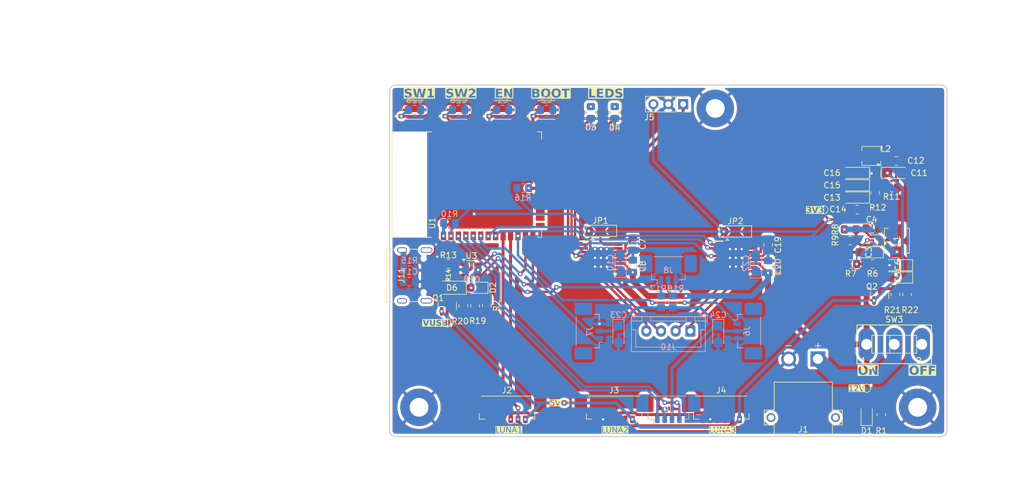
<source format=kicad_pcb>
(kicad_pcb (version 20241229) (generator "pcbnew") (generator_version "9.0")
  (title_block (title "MK3_v1.5 - PCB"))
  (layers (0 "F.Cu" signal) (2 "B.Cu" signal) (13 "F.Paste" user) (15 "B.Paste" user) (5 "F.SilkS" user "F.Silkscreen") (7 "B.SilkS" user "B.Silkscreen") (1 "F.Mask" user) (3 "B.Mask" user) (25 "Edge.Cuts" user))
  (net 0 "")
  (net 1 "GND")
  (net 2 "VBATT")
  (net 3 "+12V")
  (net 4 "D+")
  (net 9 "PhR")
  (net 10 "EnR")
  (net 17 "D-")
  (net 24 "Net-(D1-K)")
  (net 25 "+3V3")
  (net 29 "BOOT")
  (net 30 "IR")
  (net 31 "ML-B")
  (net 32 "ML-A")
  (net 33 "MR-B")
  (net 34 "MR-A")
  (net 36 "EN")
  (net 37 "Net-(C17-Pad2)")
  (net 39 "VBus_USB")
  (net 41 "D+_IN")
  (net 42 "D-_IN")
  (net 45 "Net-(U2-SW)")
  (net 46 "Net-(U2-BST)")
  (net 47 "Vout_5V")
  (net 48 "Net-(IC1-CPH)")
  (net 49 "Net-(IC1-CPL)")
  (net 50 "Net-(IC1-VCP)")
  (net 51 "+5V")
  (net 52 "Net-(IC2-CPH)")
  (net 53 "Net-(IC2-CPL)")
  (net 54 "Net-(IC2-VCP)")
  (net 55 "Net-(D2-K)")
  (net 56 "Net-(D6-A)")
  (net 57 "Net-(D3-K)")
  (net 58 "Net-(D4-K)")
  (net 59 "LED1")
  (net 60 "LED2")
  (net 61 "NFault")
  (net 62 "PhL")
  (net 63 "PModeL")
  (net 64 "EnL")
  (net 65 "PModeR")
  (net 66 "Net-(IC3-SW)")
  (net 67 "FB")
  (net 68 "Net-(U2-EN)")
  (net 69 "Net-(U2-FB)")
  (net 70 "Net-(R13-Pad2)")
  (net 71 "Net-(R14-Pad2)")
  (net 72 "SCL")
  (net 73 "SDA")
  (net 74 "SHARP1")
  (net 75 "SHARP2")
  (net 76 "QRE_C")
  (net 77 "Net-(J8-Pin_2)")
  (net 78 "QRE_B")
  (net 79 "QRE_A")
  (net 80 "Net-(Q1-G)")
  (net 81 "Net-(Q2-G)")
  (net 82 "SW1")
  (net 83 "SW2")
  (footprint "Resistor_SMD:R_0805_2012Metric_Pad1.20x1.40mm_HandSolder" (layer "F.Cu") (at 112.5 100.55)
    (property "Reference" "R13")
    (property "Value" "15R")
  )
  (footprint "Resistor_SMD:R_0805_2012Metric_Pad1.20x1.40mm_HandSolder" (layer "F.Cu") (at 181.1 100.55 180)
    (property "Reference" "R7")
    (property "Value" "52.3K")
  )
  (footprint "neo_sumec_board:SW_TL3365AF180QG" (layer "F.Cu") (at 114.25 74.25)
    (property "Reference" "SW5" (hide yes))
    (property "Value" "SW_Push" (hide yes))
  )
  (footprint "Package_TO_SOT_SMD:SOT-23-6" (layer "F.Cu") (at 116.43125 101.55)
    (property "Reference" "U3")
    (property "Value" "USBLC6-2SC6")
  )
  (footprint "Capacitor_SMD:C_0805_2012Metric_Pad1.18x1.45mm_HandSolder" (layer "F.Cu") (at 167 101.0375 -90)
    (property "Reference" "C20")
    (property "Value" "100nf")
  )
  (footprint "TestPoint:TestPoint_Pad_D1.0mm" (layer "F.Cu") (at 132.25 124.25)
    (property "Reference" "TP2" (hide yes))
    (property "Value" "TestPoint" (hide yes))
  )
  (footprint "Capacitor_Tantalum_SMD:CP_EIA-3216-18_Kemet-A_HandSolder" (layer "F.Cu") (at 181.79 89.2125 180)
    (property "Reference" "C13")
    (property "Value" "22uF")
  )
  (footprint "Connector_Molex:Molex_PicoBlade_53398-0671_1x06-1MP_P1.25mm_Vertical" (layer "F.Cu") (at 140.75 125.8 180)
    (property "Reference" "J3")
    (property "Value" "Conn_01x06_Pin" (hide yes))
  )
  (footprint "Capacitor_Tantalum_SMD:CP_EIA-3216-18_Kemet-A_HandSolder" (layer "F.Cu") (at 189.15 100.75 180)
    (property "Reference" "C6")
    (property "Value" "22uF")
  )
  (footprint "Capacitor_SMD:C_0805_2012Metric_Pad1.18x1.45mm_HandSolder" (layer "F.Cu") (at 188.85 82.9625)
    (property "Reference" "C12")
    (property "Value" "100nF")
  )
  (footprint "Capacitor_SMD:C_0805_2012Metric_Pad1.18x1.45mm_HandSolder" (layer "F.Cu") (at 143.94 97.1375 -90)
    (property "Reference" "C7")
    (property "Value" "22nf")
  )
  (footprint "MountingHole:MountingHole_3.2mm_M3_Pad" (layer "F.Cu") (at 107.5 125)
    (property "Reference" "H2")
    (property "Value" "MountingHole_Pad" (hide yes))
  )
  (footprint "neo_sumec_board:HRO_TYPE-C-31-M-12" (layer "F.Cu") (at 104.6 102.5 -90)
    (property "Reference" "J11")
    (property "Value" "USB_TypeC")
  )
  (footprint "Resistor_SMD:R_0805_2012Metric_Pad1.20x1.40mm_HandSolder" (layer "F.Cu") (at 112.5 102.5)
    (property "Reference" "R14")
    (property "Value" "15R")
  )
  (footprint "Capacitor_SMD:C_0805_2012Metric_Pad1.18x1.45mm_HandSolder" (layer "F.Cu") (at 184.75 94.5 180)
    (property "Reference" "C4")
    (property "Value" "100nF")
  )
  (footprint "sumec_brd:DRV8874" (layer "F.Cu") (at 161.5 99.5)
    (property "Reference" "IC2" (hide yes))
    (property "Value" "DRV8874PWPR" (hide yes))
  )
  (footprint "Capacitor_SMD:C_0805_2012Metric_Pad1.18x1.45mm_HandSolder" (layer "F.Cu") (at 182.2125 91.2625 180)
    (property "Reference" "C14")
    (property "Value" "100nF")
  )
  (footprint "Resistor_SMD:R_0805_2012Metric_Pad1.20x1.40mm_HandSolder" (layer "F.Cu") (at 117.05625 107.6875 90)
    (property "Reference" "R19")
    (property "Value" "100K")
  )
  (footprint "neo_sumec_board:255SB" (layer "F.Cu") (at 188.5 114.25)
    (property "Reference" "SW3")
    (property "Value" "SW_DPDT_x2")
  )
  (footprint "Connector_PinSocket_2.54mm:PinSocket_1x03_P2.54mm_Vertical" (layer "F.Cu") (at 152.525 73.275 -90)
    (property "Reference" "J5")
    (property "Value" "Conn_01x03_Pin")
  )
  (footprint "LED_SMD:LED_0805_2012Metric_Pad1.15x1.40mm_HandSolder" (layer "F.Cu") (at 117.4 104.6 180)
    (property "Reference" "D2")
    (property "Value" "LED")
  )
  (footprint "LED_SMD:LED_0805_2012Metric_Pad1.15x1.40mm_HandSolder" (layer "F.Cu") (at 183.8 126.25 90)
    (property "Reference" "D1")
    (property "Value" "LED")
  )
  (footprint "LED_SMD:LED_0805_2012Metric_Pad1.15x1.40mm_HandSolder" (layer "F.Cu") (at 136.8 74.7 -90)
    (property "Reference" "D3")
    (property "Value" "LED")
  )
  (footprint "Resistor_SMD:R_0805_2012Metric_Pad1.20x1.40mm_HandSolder" (layer "F.Cu") (at 181 96.55 180)
    (property "Reference" "R9")
    (property "Value" "10K")
  )
  (footprint "Capacitor_Tantalum_SMD:CP_EIA-3216-18_Kemet-A_HandSolder" (layer "F.Cu") (at 188.79 85.0125)
    (property "Reference" "C11")
    (property "Value" "22uF")
  )
  (footprint "TestPoint:TestPoint_Pad_D1.0mm" (layer "F.Cu") (at 176.5 91.3)
    (property "Reference" "TP3" (hide yes))
    (property "Value" "TestPoint" (hide yes))
  )
  (footprint "Capacitor_Tantalum_SMD:CP_EIA-3216-18_Kemet-A_HandSolder" (layer "F.Cu") (at 189.15 102.85 180)
    (property "Reference" "C5")
    (property "Value" "22uF")
  )
  (footprint "Diode_SMD:D_1206_3216Metric_Pad1.42x1.75mm_HandSolder" (layer "F.Cu") (at 113.1 104.6 180)
    (property "Reference" "D6")
    (property "Value" "D_Schottky" (hide yes))
  )
  (footprint "Package_TO_SOT_SMD:SOT-23" (layer "F.Cu") (at 112.30625 107.6875 90)
    (property "Reference" "Q1")
    (property "Value" "PMOS")
  )
  (footprint "Capacitor_Tantalum_SMD:CP_EIA-3216-18_Kemet-A_HandSolder" (layer "F.Cu") (at 184.16 98.55 180)
    (property "Reference" "C3")
    (property "Value" "10uF")
  )
  (footprint "Jumper:SolderJumper-3_P2.0mm_Open_TrianglePad1.0x1.5mm" (layer "F.Cu") (at 138.44 94.925)
    (property "Reference" "JP1")
    (property "Value" "SolderJumper_3_Open")
  )
  (footprint "Package_TO_SOT_SMD:SOT-23" (layer "F.Cu") (at 186.00625 105.8375 90)
    (property "Reference" "Q2")
    (property "Value" "PMOS")
  )
  (footprint "neo_sumec_board:SW_TL3365AF180QG" (layer "F.Cu") (at 121.75 74.25)
    (property "Reference" "SW1")
    (property "Value" "SW_Push")
  )
  (footprint "LED_SMD:LED_0805_2012Metric_Pad1.15x1.40mm_HandSolder" (layer "F.Cu") (at 140.85 74.7 -90)
    (property "Reference" "D4")
    (property "Value" "LED")
  )
  (footprint "Resistor_SMD:R_0805_2012Metric_Pad1.20x1.40mm_HandSolder" (layer "F.Cu") (at 119.05 107.65 -90)
    (property "Reference" "R2")
    (property "Value" "150R")
  )
  (footprint "Capacitor_SMD:C_0805_2012Metric_Pad1.18x1.45mm_HandSolder" (layer "F.Cu") (at 167 97.2875 -90)
    (property "Reference" "C19")
    (property "Value" "22nf")
  )
  (footprint "Package_TO_SOT_SMD:SOT-563" (layer "F.Cu") (at 185.4375 96.5 180)
    (property "Reference" "U2" (hide yes))
    (property "Value" "AP62300Z6")
  )
  (footprint "Resistor_SMD:R_0805_2012Metric_Pad1.20x1.40mm_HandSolder" (layer "F.Cu") (at 184.8 100.55 180)
    (property "Reference" "R6")
    (property "Value" "100K")
  )
  (footprint "Inductor_SMD:L_Vishay_IHLP-1212" (layer "F.Cu") (at 184.6 82.1125 180)
    (property "Reference" "L2")
    (property "Value" "1.5uH")
  )
  (footprint "Jumper:SolderJumper-3_P2.0mm_Open_TrianglePad1.0x1.5mm" (layer "F.Cu") (at 161.44 95.02)
    (property "Reference" "JP2")
    (property "Value" "SolderJumper_3_Open")
  )
  (footprint "neo_sumec_board:SW_TL3365AF180QG" (layer "F.Cu") (at 129.25 74.25)
    (property "Reference" "SW2")
    (property "Value" "SW_Push")
  )
  (footprint "Resistor_SMD:R_0805_2012Metric_Pad1.20x1.40mm_HandSolder" (layer "F.Cu") (at 188.05 87.5125)
    (property "Reference" "R11")
    (property "Value" "10K")
  )
  (footprint "MountingHole:MountingHole_3.2mm_M3_Pad" (layer "F.Cu") (at 158 74)
    (property "Reference" "H1")
    (property "Value" "MountingHole_Pad" (hide yes))
  )
  (footprint "Resistor_SMD:R_0805_2012Metric_Pad1.20x1.40mm_HandSolder" (layer "F.Cu") (at 188.69375 105.75 -90)
    (property "Reference" "R21")
    (property "Value" "100R")
  )
  (footprint "Resistor_SMD:R_0805_2012Metric_Pad1.20x1.40mm_HandSolder" (layer "F.Cu") (at 185.25 88.4125 90)
    (property "Reference" "R12")
    (property "Value" "45K")
  )
  (footprint "neo_sumec_board:XCVR_ESP32-S3-WROOM-1-N8" (layer "F.Cu") (at 115.66 87 90)
    (property "Reference" "U1")
    (property "Value" "ESP32-S3-WROOM-1")
  )
  (footprint "MountingHole:MountingHole_3.2mm_M3_Pad" (layer "F.Cu") (at 192.5 125)
    (property "Reference" "H3")
    (property "Value" "MountingHole_Pad" (hide yes))
  )
  (footprint "Capacitor_SMD:C_0805_2012Metric_Pad1.18x1.45mm_HandSolder" (layer "F.Cu") (at 143.94 100.925 -90)
    (property "Reference" "C8")
    (property "Value" "100nf")
  )
  (footprint "Inductor_SMD:L_Vishay_IHLP-1616" (layer "F.Cu") (at 188.95 96.59225 -90)
    (property "Reference" "L1")
    (property "Value" "3.3uH")
  )
  (footprint "Resistor_SMD:R_0805_2012Metric_Pad1.20x1.40mm_HandSolder" (layer "F.Cu") (at 115.05625 107.6875 -90)
    (property "Reference" "R20")
    (property "Value" "100R")
  )
  (footprint "Connector_Molex:Molex_PicoBlade_53398-0671_1x06-1MP_P1.25mm_Vertical" (layer "F.Cu") (at 122.5 125.8 180)
    (property "Reference" "J2")
    (property "Value" "Conn_01x06_Pin" (hide yes))
  )
  (footprint "neo_sumec_board:AMASS_XT30PW-M" (layer "F.Cu") (at 173 126.75 180)
    (property "Reference" "J1")
    (property "Value" "XT30PW-M")
  )
  (footprint "Resistor_SMD:R_0805_2012Metric_Pad1.20x1.40mm_HandSolder" (layer "F.Cu") (at 181 94.65)
    (property "Reference" "R8")
    (property "Value" "52.3K")
  )
  (footprint "Resistor_SMD:R_0805_2012Metric_Pad1.20x1.40mm_HandSolder" (layer "F.Cu") (at 186.3 126.25 90)
    (property "Reference" "R1")
    (property "Value" "1K")
  )
  (footprint "Package_TO_SOT_SMD:SOT-563" (layer "F.Cu") (at 185.3 85.125 -90)
    (property "Reference" "IC3" (hide yes))
    (property "Value" "TPS565242DRLR")
  )
  (footprint "TestPoint:TestPoint_Pad_D1.0mm" (layer "F.Cu") (at 183.8 121.75)
    (property "Reference" "TP1" (hide yes))
    (property "Value" "TestPoint" (hide yes))
  )
  (footprint "Capacitor_Tantalum_SMD:CP_EIA-3216-18_Kemet-A_HandSolder" (layer "F.Cu") (at 181.79 85.0125 180)
    (property "Reference" "C16")
    (property "Value" "22uF")
  )
  (footprint "sumec_brd:DRV8874" (layer "F.Cu") (at 138.5 99.5)
    (property "Reference" "IC1" (hide yes))
    (property "Value" "DRV8874PWPR" (hide yes))
  )
  (footprint "Connector_Molex:Molex_PicoBlade_53398-0671_1x06-1MP_P1.25mm_Vertical" (layer "F.Cu") (at 159.005 125.8 180)
    (property "Reference" "J4")
    (property "Value" "Conn_01x06_Pin" (hide yes))
  )
  (footprint "Resistor_SMD:R_0805_2012Metric_Pad1.20x1.40mm_HandSolder" (layer "F.Cu") (at 190.69375 105.75 90)
    (property "Reference" "R22")
    (property "Value" "100K")
  )
  (footprint "neo_sumec_board:SW_TL3365AF180QG" (layer "F.Cu") (at 106.75 74.25)
    (property "Reference" "SW4" (hide yes))
    (property "Value" "SW_Push" (hide yes))
  )
  (footprint "Capacitor_Tantalum_SMD:CP_EIA-3216-18_Kemet-A_HandSolder" (layer "F.Cu") (at 181.79 87.1125 180)
    (property "Reference" "C15")
    (property "Value" "22uF")
  )
  (footprint "TestPoint:TestPoint_Pad_D1.0mm" (layer "F.Cu") (at 112.3 110.6)
    (property "Reference" "TP4" (hide yes))
    (property "Value" "TestPoint")
  )
  (footprint "Capacitor_SMD:C_0805_2012Metric_Pad1.18x1.45mm_HandSolder" (layer "B.Cu") (at 143.94 100.925 -90)
    (property "Reference" "C9")
    (property "Value" "100nf")
  )
  (footprint "Capacitor_SMD:C_0805_2012Metric_Pad1.18x1.45mm_HandSolder" (layer "B.Cu") (at 116.5 101.5)
    (property "Reference" "C18")
    (property "Value" "100nF")
  )
  (footprint "Resistor_SMD:R_0805_2012Metric_Pad1.20x1.40mm_HandSolder" (layer "B.Cu") (at 112.7 93.55)
    (property "Reference" "R10")
    (property "Value" "10K")
  )
  (footprint "Capacitor_SMD:C_0805_2012Metric_Pad1.18x1.45mm_HandSolder" (layer "B.Cu") (at 106.75 74.25 180)
    (property "Reference" "C25")
    (property "Value" "100nF")
  )
  (footprint "Capacitor_Tantalum_SMD:CP_EIA-3216-18_Kemet-A_HandSolder" (layer "B.Cu") (at 141.5 112.5 -90)
    (property "Reference" "C23")
    (property "Value" "10uF")
  )
  (footprint "Capacitor_Tantalum_SMD:CP_EIA-3216-18_Kemet-A_HandSolder" (layer "B.Cu") (at 164.92 100.44 90)
    (property "Reference" "C22")
    (property "Value" "10uF")
  )
  (footprint "Capacitor_SMD:C_0805_2012Metric_Pad1.18x1.45mm_HandSolder" (layer "B.Cu") (at 167 101.04 -90)
    (property "Reference" "C21")
    (property "Value" "100nf")
  )
  (footprint "Capacitor_SMD:C_0805_2012Metric_Pad1.18x1.45mm_HandSolder" (layer "B.Cu") (at 129.25 74.25 180)
    (property "Reference" "C2")
    (property "Value" "100nF")
  )
  (footprint "Capacitor_Tantalum_SMD:CP_EIA-3216-18_Kemet-A_HandSolder" (layer "B.Cu") (at 141.87 100.32 90)
    (property "Reference" "C10")
    (property "Value" "10uF")
  )
  (footprint "Connector_Molex:Molex_PicoBlade_53398-0471_1x04-1MP_P1.25mm_Vertical" (layer "B.Cu") (at 150 125.795)
    (property "Reference" "J9")
    (property "Value" "Conn_01x04_Pin")
  )
  (footprint "Resistor_SMD:R_0805_2012Metric_Pad1.20x1.40mm_HandSolder" (layer "B.Cu") (at 148.76 107 -90)
    (property "Reference" "R17")
    (property "Value" "10K")
  )
  (footprint "Resistor_SMD:R_0805_2012Metric_Pad1.20x1.40mm_HandSolder" (layer "B.Cu") (at 140.85 74.7 -90)
    (property "Reference" "R4")
    (property "Value" "R")
  )
  (footprint "Connector_JST:JST_XH_B4B-XH-A_1x04_P2.50mm_Vertical" (layer "B.Cu") (at 153.75 111.975 180)
    (property "Reference" "J10")
    (property "Value" "Conn_01x04_Pin")
  )
  (footprint "Connector_Molex:Molex_PicoBlade_53398-0371_1x03-1MP_P1.25mm_Vertical" (layer "B.Cu") (at 137 112 90)
    (property "Reference" "J7")
    (property "Value" "Conn_01x03_Pin")
  )
  (footprint "Connector_Molex:Molex_PicoBlade_53398-0371_1x03-1MP_P1.25mm_Vertical" (layer "B.Cu") (at 150 102)
    (property "Reference" "J8")
    (property "Value" "Conn_01x03_Pin")
  )
  (footprint "Resistor_SMD:R_0805_2012Metric_Pad1.20x1.40mm_HandSolder" (layer "B.Cu") (at 105.85 101.6 180)
    (property "Reference" "R15")
    (property "Value" "100K")
  )
  (footprint "Capacitor_SMD:C_0805_2012Metric_Pad1.18x1.45mm_HandSolder" (layer "B.Cu") (at 114.25 74.25 180)
    (property "Reference" "C26")
    (property "Value" "100nF")
  )
  (footprint "Capacitor_SMD:C_0805_2012Metric_Pad1.18x1.45mm_HandSolder" (layer "B.Cu") (at 105.85 103.55 180)
    (property "Reference" "C17")
    (property "Value" "100nF")
  )
  (footprint "Capacitor_SMD:C_0805_2012Metric_Pad1.18x1.45mm_HandSolder" (layer "B.Cu") (at 121.75 74.25 180)
    (property "Reference" "C1")
    (property "Value" "100nF")
  )
  (footprint "Connector_Molex:Molex_PicoBlade_53398-0371_1x03-1MP_P1.25mm_Vertical" (layer "B.Cu") (at 163 112 -90)
    (property "Reference" "J6")
    (property "Value" "Conn_01x03_Pin")
  )
  (footprint "Resistor_SMD:R_0805_2012Metric_Pad1.20x1.40mm_HandSolder" (layer "B.Cu") (at 136.8 74.7 -90)
    (property "Reference" "R3")
    (property "Value" "R")
  )
  (footprint "Resistor_SMD:R_0805_2012Metric_Pad1.20x1.40mm_HandSolder" (layer "B.Cu") (at 150.75 107 -90)
    (property "Reference" "R18")
    (property "Value" "100R")
  )
  (footprint "Resistor_SMD:R_0805_2012Metric_Pad1.20x1.40mm_HandSolder" (layer "B.Cu") (at 125.2 87.6)
    (property "Reference" "R16")
    (property "Value" "10K")
  )
  (footprint "Capacitor_Tantalum_SMD:CP_EIA-3216-18_Kemet-A_HandSolder" (layer "B.Cu") (at 158.5 112.5 -90)
    (property "Reference" "C24")
    (property "Value" "10uF")
  )
  (gr_poly (pts (xy 186.25 82.7125) (xy 186.6 82.7125) (xy 186.6 82.9625) (xy 185.4 84.1625) (xy 185.4 84.6125) (xy 185.2 84.2125) (xy 185.2 82.7125)) (stroke (width 0.2)) (fill yes) (layer "F.Cu") (net 66))
  (gr_poly (pts (xy 186.25 96.58) (xy 189.02 96.58) (xy 190 95.6) (xy 189.35 95.6) (xy 187.85 95.6) (xy 187.03 96.42) (xy 186.25 96.42)) (stroke (width 0.2)) (fill yes) (layer "F.Cu") (net 45))
  (gr_poly (pts (xy 185.9 84.1625) (xy 187.35 84.1625) (xy 187.35 85.6125) (xy 186.7 85.6125) (xy 185.9 84.8125)) (stroke (width 0.2)) (fill yes) (layer "F.Cu") (net 51))
  (gr_line (start 183.145 122.32) (end 183.395 122.32) (stroke (width 0.0925)) (layer "F.SilkS"))
  (gr_line (start 131.625 124.776253) (end 131.625 124.573746) (stroke (width 0.12)) (layer "F.SilkS"))
  (gr_line (start 131.625 123.875) (end 131.625 123.725) (stroke (width 0.15)) (layer "F.SilkS"))
  (gr_line (start 183.19 122.2825) (end 183.19 122.1775) (stroke (width 0.15)) (layer "F.SilkS"))
  (gr_line (start 131.4776 123.676003) (end 131.8276 123.676003) (stroke (width 0.1)) (layer "F.SilkS"))
  (gr_line (start 131.475 124.802507) (end 131.825 124.802507) (stroke (width 0.1)) (layer "F.SilkS"))
  (gr_line (start 183.19 121.19) (end 183.19 121.35) (stroke (width 0.1)) (layer "F.SilkS"))
  (gr_line (start 183.125 121.19) (end 183.375 121.19) (stroke (width 0.1015)) (layer "F.SilkS"))
  (gr_arc (start 102.5 71) (mid 102.792893 70.292893) (end 103.5 70) (stroke (width 0.2)) (layer "Edge.Cuts"))
  (gr_line (start 197.5 71) (end 197.5 129) (stroke (width 0.2)) (layer "Edge.Cuts"))
  (gr_line (start 102.5 129) (end 102.5 71) (stroke (width 0.2)) (layer "Edge.Cuts"))
  (gr_line (start 103.5 70) (end 196.5 70) (stroke (width 0.2)) (layer "Edge.Cuts"))
  (gr_arc (start 197.5 129) (mid 197.207107 129.707107) (end 196.5 130) (stroke (width 0.2)) (layer "Edge.Cuts"))
  (gr_arc (start 196.5 70) (mid 197.207107 70.292893) (end 197.5 71) (stroke (width 0.2)) (layer "Edge.Cuts"))
  (gr_line (start 196.5 130) (end 103.5 130) (stroke (width 0.2)) (layer "Edge.Cuts"))
  (gr_arc (start 103.5 130) (mid 102.792893 129.707107) (end 102.5 129) (stroke (width 0.2)) (layer "Edge.Cuts"))
  (gr_text "LUNA1" (at 120.5 129.5 0) (layer "F.SilkS" knockout) (effects (font (size 1 1)) (justify left bottom)))
  (gr_text "SW2" (at 112 72.4 0) (layer "F.SilkS" knockout) (effects (font (size 1.5 1.5) (thickness 0.3) (bold yes)) (justify left bottom)))
  (gr_text "LEDS" (at 136.3 72.4 0) (layer "F.SilkS" knockout) (effects (font (size 1.5 1.5) (thickness 0.3) (bold yes)) (justify left bottom)))
  (gr_text "ON" (at 182.3 119.7 0) (layer "F.SilkS" knockout) (effects (font (size 1.5 1.5) (thickness 0.3) (bold yes)) (justify left bottom)))
  (gr_text "LUNA3" (at 156.9 129.5 0) (layer "F.SilkS" knockout) (effects (font (size 1 1)) (justify left bottom)))
  (gr_text "BOOT" (at 126.6 72.4 0) (layer "F.SilkS" knockout) (effects (font (size 1.5 1.5) (thickness 0.3) (bold yes)) (justify left bottom)))
  (gr_text "12V" (at 182.05 122.425 0) (layer "F.SilkS" knockout) (effects (font (size 1 1) (thickness 0.1)) (justify bottom)))
  (gr_text "3V3" (at 173.5 92 0) (layer "F.SilkS" knockout) (effects (font (size 1 1) (thickness 0.25) (bold yes)) (justify left bottom)))
  (gr_text "5V" (at 130.7 124.9 0) (layer "F.SilkS" knockout) (effects (font (size 1 1) (thickness 0.125)) (justify bottom)))
  (gr_text "VUSB" (at 108.15 111.27 0) (layer "F.SilkS" knockout) (effects (font (size 1 1) (thickness 0.25) (bold yes)) (justify left bottom)))
  (gr_text "LUNA2" (at 138.6 129.5 0) (layer "F.SilkS" knockout) (effects (font (size 1 1)) (justify left bottom)))
  (gr_text "OFF\n" (at 191 119.7 0) (layer "F.SilkS" knockout) (effects (font (size 1.5 1.5) (thickness 0.3) (bold yes)) (justify left bottom)))
  (gr_text "SW1" (at 104.9 72.4 0) (layer "F.SilkS" knockout) (effects (font (size 1.5 1.5) (thickness 0.3) (bold yes)) (justify left bottom)))
  (gr_text "EN" (at 120.4 72.4 0) (layer "F.SilkS" knockout) (effects (font (size 1.5 1.5) (thickness 0.3) (bold yes)) (justify left bottom)))
  (segment (start 184.64719 85.097118) (end 184.69625 85.146178) (width 0.25) (layer "F.Cu") (net 1))
  (segment (start 184.75 93.5) (end 184.75 95.06116) (width 0.2) (layer "F.Cu") (net 1))
  (segment (start 158.562 101.125) (end 159.875 101.125) (width 0.4) (layer "F.Cu") (net 1))
  (segment (start 159.875 101.125) (end 161.5 99.5) (width 0.4) (layer "F.Cu") (net 1))
  (segment (start 117.05625 106.6875) (end 117.0875 106.6875) (width 0.5) (layer "F.Cu") (net 1))
  (segment (start 109.44 105.7) (end 110.25 106.51) (width 0.45) (layer "F.Cu") (net 1))
  (segment (start 184.75 95.06116) (end 185.68884 96) (width 0.2) (layer "F.Cu") (net 1))
  (segment (start 141.438 101.775) (end 141.438 103.038) (width 0.4) (layer "F.Cu") (net 1))
  (segment (start 184.722909 85.146178) (end 184.739231 85.1625) (width 0.25) (layer "F.Cu") (net 1))
  (segment (start 141.438 103.038) (end 142.1 103.7) (width 0.4) (layer "F.Cu") (net 1))
  (segment (start 137.525 100.475) (end 138.5 99.5) (width 0.4) (layer "F.Cu") (net 1))
  (segment (start 116.45 101.25) (end 116.45 99.75) (width 0.45) (layer "F.Cu") (net 1))
  (segment (start 116.15 101.55) (end 116.45 101.25) (width 0.45) (layer "F.Cu") (net 1))
  (segment (start 109.44 99.3) (end 110.25 98.49) (width 0.45) (layer "F.Cu") (net 1))
  (segment (start 135.562 101.125) (end 136.875 101.125) (width 0.4) (layer "F.Cu") (net 1))
  (segment (start 157.13 127.05) (end 158.38 127.05) (width 0.4) (layer "F.Cu") (net 1))
  (segment (start 185.68884 96) (end 186.15 96) (width 0.2) (layer "F.Cu") (net 1))
  (segment (start 163.125 97.875) (end 161.5 99.5) (width 0.4) (layer "F.Cu") (net 1))
  (segment (start 184.8 84.4125) (end 184.8 85.1625) (width 0.25) (layer "F.Cu") (net 1))
  (segment (start 136.875 101.125) (end 138.5 99.5) (width 0.4) (layer "F.Cu") (net 1))
  (segment (start 184.739231 85.1625) (end 184.8 85.1625) (width 0.25) (layer "F.Cu") (net 1))
  (segment (start 184.8 85.1625) (end 184.8 85.8375) (width 0.25) (layer "F.Cu") (net 1))
  (segment (start 135.562 100.475) (end 137.525 100.475) (width 0.4) (layer "F.Cu") (net 1))
  (segment (start 164.438 97.875) (end 163.125 97.875) (width 0.4) (layer "F.Cu") (net 1))
  (segment (start 138.875 127.05) (end 140.125 127.05) (width 0.4) (layer "F.Cu") (net 1))
  (segment (start 158.562 100.475) (end 160.525 100.475) (width 0.4) (layer "F.Cu") (net 1))
  (segment (start 110.25 106.51) (end 110.25 107.5) (width 0.45) (layer "F.Cu") (net 1))
  (segment (start 117.0875 106.6875) (end 119.05 108.65) (width 0.5) (layer "F.Cu") (net 1))
  (segment (start 110.25 98.49) (end 110.25 97.5) (width 0.45) (layer "F.Cu") (net 1))
  (segment (start 140.125 97.875) (end 138.5 99.5) (width 0.4) (layer "F.Cu") (net 1))
  (segment (start 115.29375 101.55) (end 116.15 101.55) (width 0.45) (layer "F.Cu") (net 1))
  (segment (start 160.525 100.475) (end 161.5 99.5) (width 0.4) (layer "F.Cu") (net 1))
  (segment (start 141.438 97.875) (end 140.125 97.875) (width 0.4) (layer "F.Cu") (net 1))
  (segment (start 184.69625 85.146178) (end 184.722909 85.146178) (width 0.25) (layer "F.Cu") (net 1))
  (via (at 139.5 99.5) (size 0.8) (drill 0.4) (layers "F.Cu" "B.Cu") (net 1))
  (via (at 138.25 110.75) (size 0.8) (drill 0.4) (layers "F.Cu" "B.Cu") (net 1))
  (via (at 138.5 98) (size 0.8) (drill 0.4) (layers "F.Cu" "B.Cu") (net 1))
  (via (at 137.5 98) (size 0.8) (drill 0.4) (layers "F.Cu" "B.Cu") (net 1))
  (via (at 137.5 99.5) (size 0.8) (drill 0.4) (layers "F.Cu" "B.Cu") (net 1))
  (via (at 184.75 93.5) (size 0.8) (drill 0.4) (layers "F.Cu" "B.Cu") (net 1))
  (via (at 160.5 101) (size 0.8) (drill 0.4) (layers "F.Cu" "B.Cu") (net 1))
  (via (at 139.5 98) (size 0.8) (drill 0.4) (layers "F.Cu" "B.Cu") (net 1))
  (via (at 138.875 127.05) (size 0.8) (drill 0.4) (layers "F.Cu" "B.Cu") (net 1))
  (via (at 161.5 98) (size 0.8) (drill 0.4) (layers "F.Cu" "B.Cu") (net 1))
  (via (at 138.5 99.5) (size 0.8) (drill 0.4) (layers "F.Cu" "B.Cu") (net 1))
  (via (at 157.13 127.05) (size 0.8) (drill 0.4) (layers "F.Cu" "B.Cu") (net 1))
  (via (at 137.5 101) (size 0.8) (drill 0.4) (layers "F.Cu" "B.Cu") (net 1))
  (via (at 162.5 98) (size 0.8) (drill 0.4) (layers "F.Cu" "B.Cu") (net 1))
  (via (at 184.64719 85.097118) (size 0.8) (drill 0.4) (layers "F.Cu" "B.Cu") (net 1))
  (via (at 161.5 101) (size 0.8) (drill 0.4) (layers "F.Cu" "B.Cu") (net 1))
  (via (at 162.5 99.5) (size 0.8) (drill 0.4) (layers "F.Cu" "B.Cu") (net 1))
  (via (at 162.5 101) (size 0.8) (drill 0.4) (layers "F.Cu" "B.Cu") (net 1))
  (via (at 139.5 101) (size 0.8) (drill 0.4) (layers "F.Cu" "B.Cu") (net 1))
  (via (at 161.5 99.5) (size 0.8) (drill 0.4) (layers "F.Cu" "B.Cu") (net 1))
  (via (at 187.71 100.75) (size 0.8) (drill 0.4) (layers "F.Cu" "B.Cu") (net 1))
  (via (at 138.5 101) (size 0.8) (drill 0.4) (layers "F.Cu" "B.Cu") (net 1))
  (via (at 160.5 98) (size 0.8) (drill 0.4) (layers "F.Cu" "B.Cu") (net 1))
  (via (at 160.5 99.5) (size 0.8) (drill 0.4) (layers "F.Cu" "B.Cu") (net 1))
  (via (at 149.4 125.3) (size 0.8) (drill 0.4) (layers "F.Cu" "B.Cu") (net 1))
  (via (at 142.1 103.7) (size 0.8) (drill 0.4) (layers "F.Cu" "B.Cu") (net 1))
  (segment (start 188.5 117) (end 188.5 114.25) (width 2.54) (layer "B.Cu") (net 2))
  (segment (start 178.5 119.75) (end 185.75 119.75) (width 2.54) (layer "B.Cu") (net 2))
  (segment (start 185.75 119.75) (end 188.5 117) (width 2.54) (layer "B.Cu") (net 2))
  (segment (start 175.5 116.75) (end 178.5 119.75) (width 2.54) (layer "B.Cu") (net 2))
  (segment (start 175.05 114.25) (end 167 106.2) (width 1) (layer "F.Cu") (net 3))
  (segment (start 143.94 103.44) (end 143.94 101.9625) (width 1) (layer "F.Cu") (net 3))
  (segment (start 146.5 106) (end 143.94 103.44) (width 1) (layer "F.Cu") (net 3))
  (segment (start 165.4 100.475) (end 167 102.075) (width 0.4) (layer "F.Cu") (net 3))
  (segment (start 185.8 102.15) (end 185.8 100.55) (width 1) (layer "F.Cu") (net 3))
  (segment (start 153 106) (end 146.5 106) (width 1) (layer "F.Cu") (net 3))
  (segment (start 141.438 100.475) (end 142.4525 100.475) (width 0.4) (layer "F.Cu") (net 3))
  (segment (start 167.075 102) (end 167 102.075) (width 1) (layer "F.Cu") (net 3))
  (segment (start 185.8 100.55) (end 185.8 98.75) (width 0.5) (layer "F.Cu") (net 3))
  (segment (start 183.8 121.75) (end 183.8 125.225) (width 1) (layer "F.Cu") (net 3))
  (segment (start 167 106.2) (end 167 102.075) (width 1) (layer "F.Cu") (net 3))
  (segment (start 164.438 100.475) (end 165.4 100.475) (width 0.4) (layer "F.Cu") (net 3))
  (segment (start 142.4525 100.475) (end 143.94 101.9625) (width 0.4) (layer "F.Cu") (net 3))
  (segment (start 185.8 98.75) (end 185.6 98.55) (width 0.5) (layer "F.Cu") (net 3))
  (segment (start 183.8 121.75) (end 183.8 114.25) (width 1) (layer "F.Cu") (net 3))
  (segment (start 183.8 104.15) (end 185.8 102.15) (width 1) (layer "F.Cu") (net 3))
  (segment (start 183.75 114.3) (end 183.8 114.25) (width 1) (layer "F.Cu") (net 3))
  (segment (start 185.6 97.676) (end 186.15 97.126) (width 0.5) (layer "F.Cu") (net 3))
  (segment (start 185.6 98.55) (end 185.6 97.676) (width 0.5) (layer "F.Cu") (net 3))
  (segment (start 183.8 114.25) (end 183.8 104.15) (width 1) (layer "F.Cu") (net 3))
  (segment (start 183.8 114.25) (end 175.05 114.25) (width 1) (layer "F.Cu") (net 3))
  (via (at 153 106) (size 0.8) (drill 0.4) (layers "F.Cu" "B.Cu") (net 3))
  (via (at 167 102.075) (size 0.8) (drill 0.4) (layers "F.Cu" "B.Cu") (net 3))
  (via (at 143.94 101.9625) (size 0.8) (drill 0.4) (layers "F.Cu" "B.Cu") (net 3))
  (segment (start 153 106) (end 164.25 106) (width 1) (layer "B.Cu") (net 3))
  (segment (start 164.25 106) (end 167 103.25) (width 1) (layer "B.Cu") (net 3))
  (segment (start 142.0725 101.9625) (end 143.94 101.9625) (width 1) (layer "B.Cu") (net 3))
  (segment (start 167 103.25) (end 167 102.0775) (width 1) (layer "B.Cu") (net 3))
  (segment (start 141.87 101.76) (end 142.0725 101.9625) (width 1) (layer "B.Cu") (net 3))
  (segment (start 165.1175 102.0775) (end 164.92 101.88) (width 1) (layer "B.Cu") (net 3))
  (segment (start 167 102.0775) (end 165.1175 102.0775) (width 1) (layer "B.Cu") (net 3))
  (segment (start 126.29 104.01) (end 126.91 103.39) (width 0.4) (layer "F.Cu") (net 4))
  (segment (start 117.56875 102.5) (end 118.08 102.5) (width 0.4) (layer "F.Cu") (net 4))
  (segment (start 118.08 102.5) (end 120.98 99.6) (width 0.4) (layer "F.Cu") (net 4))
  (segment (start 125.39 104.01) (end 126.29 104.01) (width 0.4) (layer "F.Cu") (net 4))
  (segment (start 126.91 103.39) (end 126.91 95.75) (width 0.4) (layer "F.Cu") (net 4))
  (via (at 125.39 104.01) (size 0.8) (drill 0.4) (layers "F.Cu" "B.Cu") (net 4))
  (via (at 120.98 99.6) (size 0.8) (drill 0.4) (layers "F.Cu" "B.Cu") (net 4))
  (segment (start 125.39 104.01) (end 120.98 99.6) (width 0.4) (layer "B.Cu") (net 4))
  (segment (start 156.823321 97.875) (end 156.682111 97.73379) (width 0.4) (layer "F.Cu") (net 9))
  (segment (start 158.562 97.875) (end 156.823321 97.875) (width 0.4) (layer "F.Cu") (net 9))
  (via (at 120.55 95.75) (size 0.8) (drill 0.4) (layers "F.Cu" "B.Cu") (net 9))
  (via (at 156.682111 97.73379) (size 0.8) (drill 0.4) (layers "F.Cu" "B.Cu") (net 9))
  (segment (start 134.481272 94.949) (end 135.883272 96.351) (width 0.4) (layer "B.Cu") (net 9))
  (segment (start 135.883272 96.351) (end 155.299321 96.351) (width 0.4) (layer "B.Cu") (net 9))
  (segment (start 155.299321 96.351) (end 156.682111 97.73379) (width 0.4) (layer "B.Cu") (net 9))
  (segment (start 121.351 94.949) (end 134.481272 94.949) (width 0.4) (layer "B.Cu") (net 9))
  (segment (start 120.55 95.75) (end 121.351 94.949) (width 0.4) (layer "B.Cu") (net 9))
  (segment (start 157.332056 97.225) (end 158.562 97.225) (width 0.4) (layer "F.Cu") (net 10))
  (segment (start 119.29 95.79) (end 119.29 95.75) (width 0.4) (layer "F.Cu") (net 10))
  (segment (start 157.15 97.042944) (end 157.332056 97.225) (width 0.4) (layer "F.Cu") (net 10))
  (segment (start 157.15 96.85) (end 157.15 97.042944) (width 0.4) (layer "F.Cu") (net 10))
  (segment (start 119.3 95.8) (end 119.29 95.79) (width 0.4) (layer "F.Cu") (net 10))
  (via (at 157.15 96.85) (size 0.8) (drill 0.4) (layers "F.Cu" "B.Cu") (net 10))
  (via (at 119.3 95.8) (size 0.8) (drill 0.4) (layers "F.Cu" "B.Cu") (net 10))
  (segment (start 119.3 95.8) (end 120.85 94.25) (width 0.4) (layer "B.Cu") (net 10))
  (segment (start 136.132214 95.75) (end 156.05 95.75) (width 0.4) (layer "B.Cu") (net 10))
  (segment (start 157.15 96.85) (end 157.057056 96.85) (width 0.4) (layer "B.Cu") (net 10))
  (segment (start 120.85 94.25) (end 134.632214 94.25) (width 0.4) (layer "B.Cu") (net 10))
  (segment (start 134.632214 94.25) (end 136.132214 95.75) (width 0.4) (layer "B.Cu") (net 10))
  (segment (start 157.007056 96.9) (end 157 96.9) (width 0.4) (layer "B.Cu") (net 10))
  (segment (start 157.057056 96.85) (end 157.007056 96.9) (width 0.4) (layer "B.Cu") (net 10))
  (segment (start 156.05 95.75) (end 157.15 96.85) (width 0.4) (layer "B.Cu") (net 10))
  (segment (start 125.64 101.36) (end 125.64 95.75) (width 0.4) (layer "F.Cu") (net 17))
  (segment (start 117.56875 100.6) (end 118.578752 100.6) (width 0.4) (layer "F.Cu") (net 17))
  (segment (start 118.578752 100.6) (end 120.374916 98.803836) (width 0.4) (layer "F.Cu") (net 17))
  (segment (start 124.755685 102.244315) (end 125.64 101.36) (width 0.4) (layer "F.Cu") (net 17))
  (via (at 120.374916 98.803836) (size 0.8) (drill 0.4) (layers "F.Cu" "B.Cu") (net 17))
  (via (at 124.755685 102.244315) (size 0.8) (drill 0.4) (layers "F.Cu" "B.Cu") (net 17))
  (segment (start 121.311784 98.800414) (end 120.378338 98.800414) (width 0.4) (layer "B.Cu") (net 17))
  (segment (start 120.378338 98.800414) (end 120.374916 98.803836) (width 0.4) (layer "B.Cu") (net 17))
  (segment (start 124.755685 102.244315) (end 121.311784 98.800414) (width 0.4) (layer "B.Cu") (net 17))
  (segment (start 186.3 127.25) (end 183.825 127.25) (width 1) (layer "F.Cu") (net 24))
  (segment (start 183.825 128) (end 183.8 128.025) (width 1) (layer "F.Cu") (net 24))
  (segment (start 183.43 89.4125) (end 183.23 89.2125) (width 1) (layer "F.Cu") (net 25))
  (segment (start 159.6995 98.525) (end 159.7005 98.524) (width 0.4) (layer "F.Cu") (net 25))
  (segment (start 136.7005 95.1855) (end 136.7005 98.524) (width 0.4) (layer "F.Cu") (net 25))
  (segment (start 111.67 94.6) (end 111.67 95.75) (width 0.4) (layer "F.Cu") (net 25))
  (segment (start 159.6765 99.825) (end 159.6995 99.802) (width 0.4) (layer "F.Cu") (net 25))
  (segment (start 183.25 91.5875) (end 183.25 91.2625) (width 0.4) (layer "F.Cu") (net 25))
  (segment (start 183.25 84.9925) (end 183.23 85.0125) (width 1) (layer "F.Cu") (net 25))
  (segment (start 158.562 99.825) (end 159.6765 99.825) (width 0.4) (layer "F.Cu") (net 25))
  (segment (start 114.27 92) (end 111.67 94.6) (width 0.4) (layer "F.Cu") (net 25))
  (segment (start 136.365 95) (end 136.44 94.925) (width 0.5) (layer "F.Cu") (net 25))
  (segment (start 136.7005 98.526) (end 136.6995 98.525) (width 0.4) (layer "F.Cu") (net 25))
  (segment (start 183.23 87.1125) (end 183.23 89.2125) (width 1) (layer "F.Cu") (net 25))
  (segment (start 185.25 89.4125) (end 183.43 89.4125) (width 1) (layer "F.Cu") (net 25))
  (segment (start 176.5 92.1) (end 176.5 91.3) (width 0.4) (layer "F.Cu") (net 25))
  (segment (start 183.4375 89.42) (end 183.23 89.2125) (width 1) (layer "F.Cu") (net 25))
  (segment (start 177.35 92.95) (end 176.5 92.1) (width 0.4) (layer "F.Cu") (net 25))
  (segment (start 181.5625 92.95) (end 183.25 91.2625) (width 0.4) (layer "F.Cu") (net 25))
  (segment (start 136.44 94.400966) (end 136.44 94.925) (width 0.4) (layer "F.Cu") (net 25))
  (segment (start 136.6995 98.525) (end 135.562 98.525) (width 0.4) (layer "F.Cu") (net 25))
  (segment (start 136.6995 99.825) (end 136.7005 99.824) (width 0.4) (layer "F.Cu") (net 25))
  (segment (start 135.562 99.825) (end 136.6995 99.825) (width 0.4) (layer "F.Cu") (net 25))
  (segment (start 177.35 92.95) (end 181.5625 92.95) (width 0.4) (layer "F.Cu") (net 25))
  (segment (start 159.6995 99.802) (end 159.6995 98.525) (width 0.4) (layer "F.Cu") (net 25))
  (segment (start 183.23 91.2425) (end 183.25 91.2625) (width 1) (layer "F.Cu") (net 25))
  (segment (start 183.23 85.0125) (end 183.23 87.1125) (width 1) (layer "F.Cu") (net 25))
  (segment (start 136.7005 98.524) (end 136.6995 98.525) (width 0.4) (layer "F.Cu") (net 25))
  (segment (start 116.9 92) (end 114.27 92) (width 0.4) (layer "F.Cu") (net 25))
  (segment (start 183.25 82.1125) (end 183.25 84.9925) (width 1) (layer "F.Cu") (net 25))
  (segment (start 136.44 94.925) (end 136.7005 95.1855) (width 0.4) (layer "F.Cu") (net 25))
  (segment (start 159.7005 98.524) (end 159.7005 95.2805) (width 0.4) (layer "F.Cu") (net 25))
  (segment (start 183.23 89.2125) (end 183.23 91.2425) (width 1) (layer "F.Cu") (net 25))
  (segment (start 136.7005 99.824) (end 136.7005 98.526) (width 0.4) (layer "F.Cu") (net 25))
  (segment (start 158.562 98.525) (end 159.6995 98.525) (width 0.4) (layer "F.Cu") (net 25))
  (segment (start 159.7005 95.2805) (end 159.44 95.02) (width 0.4) (layer "F.Cu") (net 25))
  (via (at 116.9 92) (size 0.8) (drill 0.4) (layers "F.Cu" "B.Cu") (net 25))
  (via (at 111.67 95.75) (size 0.8) (drill 0.4) (layers "F.Cu" "B.Cu") (net 25))
  (via (at 136.44 94.925) (size 0.8) (drill 0.4) (layers "F.Cu" "B.Cu") (net 25))
  (via (at 159.44 95.02) (size 0.8) (drill 0.4) (layers "F.Cu" "B.Cu") (net 25))
  (via (at 177.35 92.95) (size 0.6) (drill 0.3) (layers "F.Cu" "B.Cu") (net 25))
  (segment (start 124.2 87.6) (end 124.2 89.2) (width 0.4) (layer "B.Cu") (net 25))
  (segment (start 147.445 73.275) (end 147.445 83.025) (width 0.4) (layer "B.Cu") (net 25))
  (segment (start 150.75 108) (end 155.44 108) (width 0.5) (layer "B.Cu") (net 25))
  (segment (start 148.76 108) (end 144.56 108) (width 0.5) (layer "B.Cu") (net 25))
  (segment (start 177.35 92.95) (end 175.3 95) (width 0.4) (layer "B.Cu") (net 25))
  (segment (start 136.535 95.02) (end 136.44 94.925) (width 0.4) (layer "B.Cu") (net 25))
  (segment (start 133.515 92) (end 127 92) (width 0.4) (layer "B.Cu") (net 25))
  (segment (start 155.44 108) (end 158.5 111.06) (width 0.5) (layer "B.Cu") (net 25))
  (segment (start 158.5 111.225854) (end 158.5 111.06) (width 0.5) (layer "B.Cu") (net 25))
  (segment (start 116.9 92) (end 127 92) (width 0.4) (layer "B.Cu") (net 25))
  (segment (start 159.44 95.02) (end 136.535 95.02) (width 0.4) (layer "B.Cu") (net 25))
  (segment (start 157.879892 111.06) (end 158.5 111.06) (width 0.5) (layer "B.Cu") (net 25))
  (segment (start 148.76 108) (end 150.75 108) (width 0.5) (layer "B.Cu") (net 25))
  (segment (start 140.56 112) (end 141.5 111.06) (width 0.5) (layer "B.Cu") (net 25))
  (segment (start 136.44 94.925) (end 133.515 92) (width 0.4) (layer "B.Cu") (net 25))
  (segment (start 161.75 112) (end 164.8 112) (width 0.5) (layer "B.Cu") (net 25))
  (segment (start 164.8 112) (end 170.5 106.3) (width 0.5) (layer "B.Cu") (net 25))
  (segment (start 161.75 112) (end 159.44 112) (width 0.5) (layer "B.Cu") (net 25))
  (segment (start 150.625 127.045) (end 150.625 118.314892) (width 0.5) (layer "B.Cu") (net 25))
  (segment (start 111.67 93.58) (end 111.7 93.55) (width 1) (layer "B.Cu") (net 25))
  (segment (start 147.445 83.025) (end 159.44 95.02) (width 0.4) (layer "B.Cu") (net 25))
  (segment (start 150.625 118.314892) (end 157.879892 111.06) (width 0.5) (layer "B.Cu") (net 25))
  (segment (start 124.2 89.2) (end 127 92) (width 0.4) (layer "B.Cu") (net 25))
  (segment (start 170.5 106.3) (end 170.5 99.8) (width 0.5) (layer "B.Cu") (net 25))
  (segment (start 144.56 108) (end 141.5 111.06) (width 0.5) (layer "B.Cu") (net 25))
  (segment (start 170.5 99.8) (end 175.3 95) (width 0.5) (layer "B.Cu") (net 25))
  (segment (start 111.67 95.75) (end 111.67 93.58) (width 0.5) (layer "B.Cu") (net 25))
  (segment (start 159.44 112) (end 158.5 111.06) (width 0.5) (layer "B.Cu") (net 25))
  (segment (start 159.46 95) (end 159.44 95.02) (width 0.4) (layer "B.Cu") (net 25))
  (segment (start 138.25 112) (end 140.56 112) (width 0.5) (layer "B.Cu") (net 25))
  (segment (start 175.3 95) (end 159.46 95) (width 0.4) (layer "B.Cu") (net 25))
  (segment (start 126.91 75.415) (end 127 75.325) (width 0.5) (layer "F.Cu") (net 29))
  (segment (start 126.91 78.25) (end 126.91 75.415) (width 0.5) (layer "F.Cu") (net 29))
  (segment (start 131.5 75.325) (end 127 75.325) (width 0.4) (layer "F.Cu") (net 29))
  (via (at 127 75.325) (size 0.8) (drill 0.4) (layers "F.Cu" "B.Cu") (net 29))
  (segment (start 127 75.25) (end 128 74.25) (width 0.4) (layer "B.Cu") (net 29))
  (segment (start 128 74.25) (end 128.2125 74.25) (width 0.4) (layer "B.Cu") (net 29))
  (segment (start 127 75.325) (end 127 75.25) (width 0.4) (layer "B.Cu") (net 29))
  (segment (start 128.16 83.825) (end 143.375 83.825) (width 0.5) (layer "F.Cu") (net 30))
  (segment (start 143.375 83.825) (end 152.525 74.675) (width 0.5) (layer "F.Cu") (net 30))
  (segment (start 152.525 74.675) (end 152.525 73.275) (width 0.5) (layer "F.Cu") (net 30))
  (segment (start 141.438 101.125) (end 140.551 101.125) (width 0.4) (layer "F.Cu") (net 31))
  (segment (start 148.42492 111.975) (end 148.75 111.975) (width 0.4) (layer "F.Cu") (net 31))
  (segment (start 140.2995 103.84958) (end 148.42492 111.975) (width 0.4) (layer "F.Cu") (net 31))
  (segment (start 140.551 101.125) (end 140.2995 101.3765) (width 0.4) (layer "F.Cu") (net 31))
  (segment (start 140.2995 101.3765) (end 140.2995 103.84958) (width 0.4) (layer "F.Cu") (net 31))
  (segment (start 137.275 101.775) (end 146.25 110.75) (width 0.4) (layer "F.Cu") (net 32))
  (segment (start 135.562 101.775) (end 137.275 101.775) (width 0.4) (layer "F.Cu") (net 32))
  (segment (start 146.25 110.75) (end 146.25 111.975) (width 0.4) (layer "F.Cu") (net 32))
  (segment (start 164.088 101.125) (end 164.064 101.149) (width 0.4) (layer "F.Cu") (net 33))
  (segment (start 164.438 101.125) (end 164.088 101.125) (width 0.4) (layer "F.Cu") (net 33))
  (segment (start 163.2995 101.149) (end 163.2995 101.5005) (width 0.4) (layer "F.Cu") (net 33))
  (segment (start 163.2995 101.5005) (end 153.75 111.05) (width 0.4) (layer "F.Cu") (net 33))
  (segment (start 153.75 111.05) (end 153.75 111.975) (width 0.4) (layer "F.Cu") (net 33))
  (segment (start 164.064 101.149) (end 163.2995 101.149) (width 0.4) (layer "F.Cu") (net 33))
  (segment (start 158.562 101.775) (end 158.562 104.663) (width 0.4) (layer "F.Cu") (net 34))
  (segment (start 158.562 104.663) (end 151.25 111.975) (width 0.4) (layer "F.Cu") (net 34))
  (segment (start 124 75.325) (end 119.5 75.325) (width 0.4) (layer "F.Cu") (net 36))
  (via (at 119.5 75.325) (size 0.8) (drill 0.4) (layers "F.Cu" "B.Cu") (net 36))
  (via (at 112.94 95.75) (size 0.8) (drill 0.4) (layers "F.Cu" "B.Cu") (net 36))
  (segment (start 119.5 75.25) (end 120.5 74.25) (width 0.4) (layer "B.Cu") (net 36))
  (segment (start 113 95.69) (end 112.94 95.75) (width 0.4) (layer "B.Cu") (net 36))
  (segment (start 119.5 75.325) (end 119.5 87.75) (width 0.4) (layer "B.Cu") (net 36))
  (segment (start 119.5 87.75) (end 113.7 93.55) (width 0.4) (layer "B.Cu") (net 36))
  (segment (start 113.7 93.55) (end 113.7 94.05) (width 0.4) (layer "B.Cu") (net 36))
  (segment (start 113 94.75) (end 113 95.69) (width 0.4) (layer "B.Cu") (net 36))
  (segment (start 112.94 95.75) (end 113 95.75) (width 0.4) (layer "B.Cu") (net 36))
  (segment (start 113.7 94.05) (end 113 94.75) (width 0.4) (layer "B.Cu") (net 36))
  (segment (start 119.5 75.325) (end 119.5 75.25) (width 0.4) (layer "B.Cu") (net 36))
  (segment (start 120.5 74.25) (end 120.7125 74.25) (width 0.4) (layer "B.Cu") (net 36))
  (segment (start 104.6 98.175) (end 104.85 98.425) (width 1) (layer "B.Cu") (net 37))
  (segment (start 104.85 98.425) (end 104.85 101.6) (width 1) (layer "B.Cu") (net 37))
  (segment (start 114.8 106.43125) (end 114.8 104.8125) (width 0.5) (layer "F.Cu") (net 39))
  (segment (start 112.30625 110.59375) (end 112.3 110.6) (width 0.5) (layer "F.Cu") (net 39))
  (segment (start 115.05625 106.6875) (end 114.8 106.43125) (width 0.5) (layer "F.Cu") (net 39))
  (segment (start 112.30625 106.75) (end 112.30625 110.59375) (width 0.5) (layer "F.Cu") (net 39))
  (segment (start 114.5875 104.6) (end 116.375 104.6) (width 1) (layer "F.Cu") (net 39))
  (segment (start 112.30625 106.75) (end 114.99375 106.75) (width 0.5) (layer "F.Cu") (net 39))
  (segment (start 114.8 104.8125) (end 114.5875 104.6) (width 0.5) (layer "F.Cu") (net 39))
  (via (at 117.56875 101.55) (size 0.8) (drill 0.4) (layers "F.Cu" "B.Cu") (net 39))
  (via (at 116.375 104.6) (size 0.8) (drill 0.4) (layers "F.Cu" "B.Cu") (net 39))
  (segment (start 116.4 104.575) (end 116.375 104.6) (width 0.45) (layer "B.Cu") (net 39))
  (segment (start 116.375 104.6) (end 116.375 102.6625) (width 0.45) (layer "B.Cu") (net 39))
  (segment (start 116.375 102.6625) (end 117.5375 101.5) (width 0.45) (layer "B.Cu") (net 39))
  (segment (start 109.44 102.25) (end 109.464 102.274) (width 0.25) (layer "F.Cu") (net 41))
  (segment (start 110.274 102.274) (end 110.75 102.75) (width 0.25) (layer "F.Cu") (net 41))
  (segment (start 110.25 103.25) (end 110.75 102.75) (width 0.25) (layer "F.Cu") (net 41))
  (segment (start 109.44 103.25) (end 110.25 103.25) (width 0.25) (layer "F.Cu") (net 41))
  (segment (start 109.464 102.274) (end 110.274 102.274) (width 0.25) (layer "F.Cu") (net 41))
  (segment (start 110.75 102.75) (end 111.25 102.75) (width 0.25) (layer "F.Cu") (net 41))
  (segment (start 111.25 102.75) (end 111.5 102.5) (width 0.25) (layer "F.Cu") (net 41))
  (segment (start 110.3 101.75) (end 111.5 100.55) (width 0.25) (layer "F.Cu") (net 42))
  (segment (start 109.44 101.75) (end 110.3 101.75) (width 0.25) (layer "F.Cu") (net 42))
  (segment (start 108.478 102.75) (end 108.454 102.726) (width 0.25) (layer "F.Cu") (net 42))
  (segment (start 108.478 101.75) (end 109.44 101.75) (width 0.25) (layer "F.Cu") (net 42))
  (segment (start 109.44 102.75) (end 108.478 102.75) (width 0.25) (layer "F.Cu") (net 42))
  (segment (start 108.454 101.774) (end 108.478 101.75) (width 0.25) (layer "F.Cu") (net 42))
  (segment (start 108.454 102.726) (end 108.454 101.774) (width 0.25) (layer "F.Cu") (net 42))
  (segment (start 185.7875 94.5) (end 188.75 94.5) (width 1) (layer "F.Cu") (net 45))
  (segment (start 188.75 94.5) (end 188.95 94.7) (width 1) (layer "F.Cu") (net 45))
  (segment (start 183.7125 94.5) (end 183.7125 95.1625) (width 0.4) (layer "F.Cu") (net 46))
  (segment (start 184.255677 95.699371) (end 184.480306 95.924) (width 0.4) (layer "F.Cu") (net 46))
  (segment (start 183.7125 95.1625) (end 184.249371 95.699371) (width 0.4) (layer "F.Cu") (net 46))
  (segment (start 184.249371 95.699371) (end 184.255677 95.699371) (width 0.4) (layer "F.Cu") (net 46))
  (segment (start 184.480306 95.924) (end 184.725 95.924) (width 0.4) (layer "F.Cu") (net 46))
  (segment (start 188.69375 104.74625) (end 190.59 102.85) (width 0.5) (layer "F.Cu") (net 47))
  (segment (start 188.69375 104.75) (end 188.69375 104.74625) (width 0.5) (layer "F.Cu") (net 47))
  (segment (start 190.59 100.75) (end 190.59 100.1245) (width 1) (layer "F.Cu") (net 47))
  (segment (start 190.59 100.1245) (end 188.95 98.4845) (width 1) (layer "F.Cu") (net 47))
  (segment (start 190.59 102.85) (end 190.59 100.75) (width 1) (layer "F.Cu") (net 47))
  (segment (start 186.15625 104.75) (end 186.00625 104.9) (width 0.5) (layer "F.Cu") (net 47))
  (segment (start 188.69375 104.75) (end 186.15625 104.75) (width 0.5) (layer "F.Cu") (net 47))
  (via (at 188.95 98.4845) (size 0.8) (drill 0.4) (layers "F.Cu" "B.Cu") (net 47))
  (via (at 180 94.65) (size 0.8) (drill 0.4) (layers "F.Cu" "B.Cu") (net 47))
  (segment (start 188.2345 98.4845) (end 188.95 98.4845) (width 1) (layer "B.Cu") (net 47))
  (segment (start 184.4 94.65) (end 188.2345 98.4845) (width 1) (layer "B.Cu") (net 47))
  (segment (start 180 94.65) (end 184.4 94.65) (width 1) (layer "B.Cu") (net 47))
  (segment (start 142.91242 99.175) (end 141.438 99.175) (width 0.4) (layer "F.Cu") (net 48))
  (segment (start 143.94 98.175) (end 143.91242 98.175) (width 0.4) (layer "F.Cu") (net 48))
  (segment (start 143.91242 98.175) (end 142.91242 99.175) (width 0.4) (layer "F.Cu") (net 48))
  (segment (start 142.69 97.35) (end 142.69 98.4105) (width 0.4) (layer "F.Cu") (net 49))
  (segment (start 142.5755 98.525) (end 141.438 98.525) (width 0.4) (layer "F.Cu") (net 49))
  (segment (start 143.94 96.1) (end 142.69 97.35) (width 0.4) (layer "F.Cu") (net 49))
  (segment (start 142.69 98.4105) (end 142.5755 98.525) (width 0.4) (layer "F.Cu") (net 49))
  (segment (start 143.8775 99.825) (end 141.438 99.825) (width 0.4) (layer "F.Cu") (net 50))
  (segment (start 143.94 99.8875) (end 143.8775 99.825) (width 0.4) (layer "F.Cu") (net 50))
  (segment (start 187.8125 84.55) (end 187.35 85.0125) (width 1) (layer "F.Cu") (net 51))
  (segment (start 185.8 84.9125) (end 185.3 85.4125) (width 0.25) (layer "F.Cu") (net 51))
  (segment (start 185.3 85.4125) (end 185.3 85.8375) (width 0.25) (layer "F.Cu") (net 51))
  (segment (start 187.8125 82.9625) (end 187.8125 84.55) (width 1) (layer "F.Cu") (net 51))
  (segment (start 185.8 84.4125) (end 185.8 84.9125) (width 0.25) (layer "F.Cu") (net 51))
  (via (at 132.25 124.25) (size 0.8) (drill 0.4) (layers "F.Cu" "B.Cu") (net 51))
  (via (at 187.35 85.0125) (size 0.8) (drill 0.4) (layers "F.Cu" "B.Cu") (net 51))
  (via (at 125.625 127.05) (size 0.8) (drill 0.4) (layers "F.Cu" "B.Cu") (net 51))
  (via (at 162.13 127.05) (size 0.8) (drill 0.4) (layers "F.Cu" "B.Cu") (net 51))
  (via (at 111.35625 108.625) (size 0.8) (drill 0.4) (layers "F.Cu" "B.Cu") (net 51))
  (via (at 143.875 127.05) (size 0.8) (drill 0.4) (layers "F.Cu" "B.Cu") (net 51))
  (via (at 185.05625 106.775) (size 0.8) (drill 0.4) (layers "F.Cu" "B.Cu") (net 51))
  (segment (start 178.034067 106.775) (end 162.13 122.679067) (width 0.5) (layer "B.Cu") (net 51))
  (segment (start 189.901 101.93025) (end 189.901 87.5635) (width 0.5) (layer "B.Cu") (net 51))
  (segment (start 162.13 122.679067) (end 162.13 127.05) (width 0.5) (layer "B.Cu") (net 51))
  (segment (start 145.225 128.4) (end 143.875 127.05) (width 0.5) (layer "B.Cu") (net 51))
  (segment (start 160.78 128.4) (end 145.225 128.4) (width 0.5) (layer "B.Cu") (net 51))
  (segment (start 141.075 124.25) (end 132.25 124.25) (width 0.5) (layer "B.Cu") (net 51))
  (segment (start 185.05625 106.775) (end 178.034067 106.775) (width 0.5) (layer "B.Cu") (net 51))
  (segment (start 185.05625 106.775) (end 189.901 101.93025) (width 0.5) (layer "B.Cu") (net 51))
  (segment (start 143.875 127.05) (end 141.075 124.25) (width 0.5) (layer "B.Cu") (net 51))
  (segment (start 189.901 87.5635) (end 187.35 85.0125) (width 0.5) (layer "B.Cu") (net 51))
  (segment (start 128.425 124.25) (end 132.25 124.25) (width 0.5) (layer "B.Cu") (net 51))
  (segment (start 125.6 127.025) (end 125.625 127.05) (width 0.5) (layer "B.Cu") (net 51))
  (segment (start 162.13 127.05) (end 160.78 128.4) (width 0.5) (layer "B.Cu") (net 51))
  (segment (start 125.625 127.05) (end 128.425 124.25) (width 0.5) (layer "B.Cu") (net 51))
  (segment (start 143.875 126.975) (end 143.875 127.05) (width 0.5) (layer "B.Cu") (net 51))
  (segment (start 111.35625 108.625) (end 126.98125 124.25) (width 0.5) (layer "B.Cu") (net 51))
  (segment (start 126.98125 124.25) (end 128.425 124.25) (width 0.5) (layer "B.Cu") (net 51))
  (segment (start 166.93492 98.325) (end 167 98.325) (width 0.4) (layer "F.Cu") (net 52))
  (segment (start 166.08492 99.175) (end 166.93492 98.325) (width 0.4) (layer "F.Cu") (net 52))
  (segment (start 164.438 99.175) (end 166.08492 99.175) (width 0.4) (layer "F.Cu") (net 52))
  (segment (start 164.438 98.525) (end 165.75 98.525) (width 0.4) (layer "F.Cu") (net 53))
  (segment (start 165.75 98.525) (end 165.75 97.5) (width 0.4) (layer "F.Cu") (net 53))
  (segment (start 165.75 97.5) (end 167 96.25) (width 0.4) (layer "F.Cu") (net 53))
  (segment (start 166.825 99.825) (end 164.438 99.825) (width 0.4) (layer "F.Cu") (net 54))
  (segment (start 167 100) (end 166.825 99.825) (width 0.4) (layer "F.Cu") (net 54))
  (segment (start 118.425 106.025) (end 119.05 106.65) (width 1) (layer "F.Cu") (net 55))
  (segment (start 118.4 104.625) (end 118.425 104.6) (width 1) (layer "F.Cu") (net 55))
  (segment (start 118.425 104.6) (end 118.425 106.025) (width 1) (layer "F.Cu") (net 55))
  (segment (start 108 100.728) (end 108 104.25) (width 0.25) (layer "F.Cu") (net 56))
  (segment (start 109.44 100.1) (end 109.266 100.274) (width 0.25) (layer "F.Cu") (net 56))
  (segment (start 109.266 104.726) (end 109.44 104.9) (width 0.25) (layer "F.Cu") (net 56))
  (segment (start 111.6125 104.6) (end 111.3125 104.9) (width 0.45) (layer "F.Cu") (net 56))
  (segment (start 108 104.25) (end 108.476 104.726) (width 0.25) (layer "F.Cu") (net 56))
  (segment (start 108.454 100.274) (end 108 100.728) (width 0.25) (layer "F.Cu") (net 56))
  (segment (start 108.476 104.726) (end 109.266 104.726) (width 0.25) (layer "F.Cu") (net 56))
  (segment (start 109.266 100.274) (end 108.454 100.274) (width 0.25) (layer "F.Cu") (net 56))
  (segment (start 111.3125 104.9) (end 109.44 104.9) (width 0.45) (layer "F.Cu") (net 56))
  (via (at 136.8 73.675) (size 0.8) (drill 0.4) (layers "F.Cu" "B.Cu") (net 57))
  (via (at 140.85 73.7) (size 0.8) (drill 0.4) (layers "F.Cu" "B.Cu") (net 58))
  (segment (start 128.16 81.285) (end 131.24 81.285) (width 0.5) (layer "F.Cu") (net 59))
  (segment (start 131.24 81.285) (end 136.8 75.725) (width 0.5) (layer "F.Cu") (net 59))
  (segment (start 134.02 82.555) (end 128.16 82.555) (width 0.5) (layer "F.Cu") (net 60))
  (segment (start 140.85 75.725) (end 134.02 82.555) (width 0.5) (layer "F.Cu") (net 60))
  (segment (start 129.657558 87.635) (end 128.16 87.635) (width 0.4) (layer "F.Cu") (net 61))
  (segment (start 158.562 99.175) (end 157.325 99.175) (width 0.4) (layer "F.Cu") (net 61))
  (segment (start 128.16 87.635) (end 126.035 87.635) (width 0.5) (layer "F.Cu") (net 61))
  (segment (start 134.25 99.175) (end 132.9 97.825) (width 0.4) (layer "F.Cu") (net 61))
  (segment (start 132.898 90.875442) (end 129.657558 87.635) (width 0.4) (layer "F.Cu") (net 61))
  (segment (start 134.25 99.175) (end 135.562 99.175) (width 0.4) (layer "F.Cu") (net 61))
  (segment (start 157.325 99.175) (end 157.3 99.2) (width 0.4) (layer "F.Cu") (net 61))
  (segment (start 132.898 97.198442) (end 132.898 90.875442) (width 0.4) (layer "F.Cu") (net 61))
  (segment (start 132.9 97.200442) (end 132.898 97.198442) (width 0.4) (layer "F.Cu") (net 61))
  (segment (start 126.035 87.635) (end 126 87.6) (width 0.5) (layer "F.Cu") (net 61))
  (segment (start 132.9 97.825) (end 132.9 97.200442) (width 0.4) (layer "F.Cu") (net 61))
  (via (at 134.25 99.175) (size 0.8) (drill 0.4) (layers "F.Cu" "B.Cu") (net 61))
  (via (at 126.2 87.6) (size 0.8) (drill 0.4) (layers "F.Cu" "B.Cu") (net 61))
  (via (at 157.3 99.2) (size 0.8) (drill 0.4) (layers "F.Cu" "B.Cu") (net 61))
  (segment (start 157.3 99.2) (end 156.7 99.2) (width 0.4) (layer "B.Cu") (net 61))
  (segment (start 156.7 99.2) (end 154.5 97) (width 0.4) (layer "B.Cu") (net 61))
  (segment (start 154.5 97) (end 136.425 97) (width 0.4) (layer "B.Cu") (net 61))
  (segment (start 136.425 97) (end 134.25 99.175) (width 0.4) (layer "B.Cu") (net 61))
  (segment (start 133.499 96.9495) (end 133.499 90.6265) (width 0.4) (layer "F.Cu") (net 62))
  (segment (start 134.4245 97.875) (end 133.499 96.9495) (width 0.4) (layer "F.Cu") (net 62))
  (segment (start 129.2375 86.365) (end 128.16 86.365) (width 0.4) (layer "F.Cu") (net 62))
  (segment (start 135.562 97.875) (end 134.4245 97.875) (width 0.4) (layer "F.Cu") (net 62))
  (segment (start 133.499 90.6265) (end 129.2375 86.365) (width 0.4) (layer "F.Cu") (net 62))
  (segment (start 138.44 96.675) (end 138.44 94.925) (width 0.4) (layer "F.Cu") (net 63))
  (segment (start 138.99 97.225) (end 138.44 96.675) (width 0.4) (layer "F.Cu") (net 63))
  (segment (start 141.438 97.225) (end 138.99 97.225) (width 0.4) (layer "F.Cu") (net 63))
  (segment (start 129.195 85.095) (end 128.16 85.095) (width 0.4) (layer "F.Cu") (net 64))
  (segment (start 134.1 90) (end 129.195 85.095) (width 0.4) (layer "F.Cu") (net 64))
  (segment (start 134.725 97.225) (end 134.1 96.6) (width 0.4) (layer "F.Cu") (net 64))
  (segment (start 135.562 97.225) (end 134.725 97.225) (width 0.4) (layer "F.Cu") (net 64))
  (segment (start 134.1 96.6) (end 134.1 90) (width 0.4) (layer "F.Cu") (net 64))
  (segment (start 161.975 97.225) (end 161.44 96.69) (width 0.4) (layer "F.Cu") (net 65))
  (segment (start 161.44 96.69) (end 161.44 95.02) (width 0.4) (layer "F.Cu") (net 65))
  (segment (start 164.438 97.225) (end 161.975 97.225) (width 0.4) (layer "F.Cu") (net 65))
  (segment (start 187.05 87.5125) (end 185.926 86.3885) (width 0.5) (layer "F.Cu") (net 67))
  (segment (start 185.25 87.4125) (end 186.95 87.4125) (width 0.5) (layer "F.Cu") (net 67))
  (segment (start 185.926 86.3885) (end 185.926 85.8375) (width 0.5) (layer "F.Cu") (net 67))
  (segment (start 186.95 87.4125) (end 187.05 87.5125) (width 0.5) (layer "F.Cu") (net 67))
  (segment (start 183.926585 96.5) (end 184.725 96.5) (width 0.25) (layer "F.Cu") (net 68))
  (segment (start 183.923891 96.500371) (end 183.926214 96.500371) (width 0.25) (layer "F.Cu") (net 68))
  (segment (start 183.8 100.55) (end 182.1 100.55) (width 0.5) (layer "F.Cu") (net 68))
  (segment (start 183.926214 96.500371) (end 183.926585 96.5) (width 0.25) (layer "F.Cu") (net 68))
  (segment (start 182.1 100.55) (end 182.05 100.55) (width 0.25) (layer "F.Cu") (net 68))
  (via (at 183.923891 96.500371) (size 0.8) (drill 0.4) (layers "F.Cu" "B.Cu") (net 68))
  (via (at 182.1 100.55) (size 0.8) (drill 0.4) (layers "F.Cu" "B.Cu") (net 68))
  (segment (start 183.923891 96.500371) (end 183.923891 96.502694) (width 0.25) (layer "B.Cu") (net 68))
  (segment (start 183.923891 96.502694) (end 182.1 98.326585) (width 0.25) (layer "B.Cu") (net 68))
  (segment (start 182.1 98.326585) (end 182.1 100.55) (width 0.25) (layer "B.Cu") (net 68))
  (segment (start 182.801371 97.351371) (end 184.499629 97.351371) (width 0.5) (layer "F.Cu") (net 69))
  (segment (start 182 96.55) (end 182.801371 97.351371) (width 0.5) (layer "F.Cu") (net 69))
  (segment (start 184.499629 97.351371) (end 184.725 97.126) (width 0.5) (layer "F.Cu") (net 69))
  (segment (start 182 94.65) (end 182 96.55) (width 0.5) (layer "F.Cu") (net 69))
  (segment (start 113.7 100.6) (end 113.65 100.55) (width 0.4) (layer "F.Cu") (net 70))
  (segment (start 115.29375 100.6) (end 113.55 100.6) (width 0.4) (layer "F.Cu") (net 70))
  (segment (start 115.29375 102.5) (end 113.5 102.5) (width 0.4) (layer "F.Cu") (net 71))
  (segment (start 159.63 126.4) (end 159.179 125.949) (width 0.5) (layer "F.Cu") (net 72))
  (segment (start 123.125 126.4) (end 123.125 127.05) (width 0.5) (layer "F.Cu") (net 72))
  (segment (start 137.149804 125.949) (end 136.774 126.324804) (width 0.5) (layer "F.Cu") (net 72))
  (segment (start 123.576 125.949) (end 123.125 126.4) (width 0.5) (layer "F.Cu") (net 72))
  (segment (start 159.63 127.05) (end 159.63 126.4) (width 0.5) (layer "F.Cu") (net 72))
  (segment (start 123.576 125.949) (end 121.83 124.203) (width 0.5) (layer "F.Cu") (net 72))
  (segment (start 141.826 125.949) (end 141.375 126.4) (width 0.5) (layer "F.Cu") (net 72))
  (segment (start 144.350196 125.949) (end 141.826 125.949) (width 0.5) (layer "F.Cu") (net 72))
  (segment (start 141.375 127.05) (end 141.375 126.723804) (width 0.5) (layer "F.Cu") (net 72))
  (segment (start 126.476 126.324804) (end 126.100196 125.949) (width 0.5) (layer "F.Cu") (net 72))
  (segment (start 121.85 95.77) (end 121.83 95.75) (width 0.5) (layer "F.Cu") (net 72))
  (segment (start 126.100196 125.949) (end 123.576 125.949) (width 0.5) (layer "F.Cu") (net 72))
  (segment (start 144.651196 126.25) (end 144.350196 125.949) (width 0.5) (layer "F.Cu") (net 72))
  (segment (start 159.179 125.949) (end 154.729292 125.949) (width 0.5) (layer "F.Cu") (net 72))
  (segment (start 121.83 124.203) (end 121.83 95.75) (width 0.5) (layer "F.Cu") (net 72))
  (segment (start 141.375 126.4) (end 141.375 127.05) (width 0.5) (layer "F.Cu") (net 72))
  (segment (start 140.600196 125.949) (end 137.149804 125.949) (width 0.5) (layer "F.Cu") (net 72))
  (segment (start 136.774 126.324804) (end 126.476 126.324804) (width 0.5) (layer "F.Cu") (net 72))
  (segment (start 154.729292 125.949) (end 154.428292 126.25) (width 0.5) (layer "F.Cu") (net 72))
  (segment (start 154.428292 126.25) (end 144.651196 126.25) (width 0.5) (layer "F.Cu") (net 72))
  (segment (start 141.375 126.723804) (end 140.600196 125.949) (width 0.5) (layer "F.Cu") (net 72))
  (via (at 123.125 127.05) (size 0.6) (drill 0.3) (layers "F.Cu" "B.Cu") (net 72))
  (segment (start 143.076 128.151) (end 142.625 127.7) (width 0.5) (layer "F.Cu") (net 73))
  (segment (start 124.375 127.376196) (end 124.375 127.05) (width 0.5) (layer "F.Cu") (net 73))
  (segment (start 142.625 127.7) (end 142.625 127.05) (width 0.5) (layer "F.Cu") (net 73))
  (segment (start 124.4 125.099) (end 123.1 123.799) (width 0.5) (layer "F.Cu") (net 73))
  (segment (start 160.88 127.05) (end 160.88 127.7) (width 0.5) (layer "F.Cu") (net 73))
  (segment (start 160.88 127.7) (end 160.429 128.151) (width 0.5) (layer "F.Cu") (net 73))
  (segment (start 142.625 127.05) (end 142.625 127.376196) (width 0.5) (layer "F.Cu") (net 73))
  (segment (start 142.625 127.376196) (end 141.850196 128.151) (width 0.5) (layer "F.Cu") (net 73))
  (segment (start 123.1 123.799) (end 123.1 95.75) (width 0.5) (layer "F.Cu") (net 73))
  (segment (start 124.375 127.05) (end 124.4 127.05) (width 0.5) (layer "F.Cu") (net 73))
  (segment (start 125.149804 128.151) (end 124.375 127.376196) (width 0.5) (layer "F.Cu") (net 73))
  (segment (start 141.850196 128.151) (end 125.149804 128.151) (width 0.5) (layer "F.Cu") (net 73))
  (segment (start 160.429 128.151) (end 143.076 128.151) (width 0.5) (layer "F.Cu") (net 73))
  (via (at 124.375 127.05) (size 0.6) (drill 0.3) (layers "F.Cu" "B.Cu") (net 73))
  (via (at 124.4 125.099) (size 0.8) (drill 0.4) (layers "F.Cu" "B.Cu") (net 73))
  (segment (start 124.375 127.05) (end 124.375 125.124) (width 0.5) (layer "B.Cu") (net 73))
  (segment (start 124.375 125.124) (end 124.4 125.099) (width 0.5) (layer "B.Cu") (net 73))
  (segment (start 147.25 107.15) (end 152.8 107.15) (width 0.4) (layer "F.Cu") (net 74))
  (via (at 152.8 107.15) (size 0.8) (drill 0.4) (layers "F.Cu" "B.Cu") (net 74))
  (via (at 124.37 95.75) (size 0.8) (drill 0.4) (layers "F.Cu" "B.Cu") (net 74))
  (via (at 147.25 107.15) (size 0.8) (drill 0.4) (layers "F.Cu" "B.Cu") (net 74))
  (segment (start 161.75 110.75) (end 158.15 107.15) (width 0.4) (layer "B.Cu") (net 74))
  (segment (start 146.8 106.7) (end 132 106.7) (width 0.4) (layer "B.Cu") (net 74))
  (segment (start 132 106.7) (end 124.37 99.07) (width 0.4) (layer "B.Cu") (net 74))
  (segment (start 158.15 107.15) (end 152.8 107.15) (width 0.4) (layer "B.Cu") (net 74))
  (segment (start 147.25 107.15) (end 146.8 106.7) (width 0.4) (layer "B.Cu") (net 74))
  (segment (start 124.37 99.07) (end 124.37 95.75) (width 0.4) (layer "B.Cu") (net 74))
  (via (at 118.02 95.75) (size 0.8) (drill 0.4) (layers "F.Cu" "B.Cu") (net 75))
  (segment (start 138.25 113.25) (end 137.57242 113.25) (width 0.4) (layer "B.Cu") (net 75))
  (segment (start 122.22242 97.9) (end 119.2 97.9) (width 0.4) (layer "B.Cu") (net 75))
  (segment (start 118.02 96.72) (end 118.02 95.75) (width 0.4) (layer "B.Cu") (net 75))
  (segment (start 119.2 97.9) (end 118.02 96.72) (width 0.4) (layer "B.Cu") (net 75))
  (segment (start 137.57242 113.25) (end 122.22242 97.9) (width 0.4) (layer "B.Cu") (net 75))
  (segment (start 130.133372 105.3) (end 126 105.3) (width 0.4) (layer "F.Cu") (net 76))
  (segment (start 130.932372 104.501) (end 130.133372 105.3) (width 0.4) (layer "F.Cu") (net 76))
  (via (at 130.932372 104.501) (size 0.8) (drill 0.4) (layers "F.Cu" "B.Cu") (net 76))
  (via (at 126 105.3) (size 0.8) (drill 0.4) (layers "F.Cu" "B.Cu") (net 76))
  (via (at 116.75 95.75) (size 0.8) (drill 0.4) (layers "F.Cu" "B.Cu") (net 76))
  (segment (start 116.75 96.55) (end 116.75 95.75) (width 0.4) (layer "B.Cu") (net 76))
  (segment (start 126 105.3) (end 125.5 105.3) (width 0.4) (layer "B.Cu") (net 76))
  (segment (start 130.932372 104.501) (end 147.499 104.501) (width 0.4) (layer "B.Cu") (net 76))
  (segment (start 148.75 103.25) (end 148.75 105.99) (width 0.4) (layer "B.Cu") (net 76))
  (segment (start 148.75 105.99) (end 148.76 106) (width 0.5) (layer "B.Cu") (net 76))
  (segment (start 147.499 104.501) (end 148.75 103.25) (width 0.4) (layer "B.Cu") (net 76))
  (segment (start 125.5 105.3) (end 116.75 96.55) (width 0.4) (layer "B.Cu") (net 76))
  (segment (start 150 105.25) (end 150.75 106) (width 0.4) (layer "B.Cu") (net 77))
  (segment (start 150 103.25) (end 150 105.25) (width 0.4) (layer "B.Cu") (net 77))
  (segment (start 149.4 124.2) (end 151.475 124.2) (width 0.4) (layer "F.Cu") (net 78))
  (via (at 115.48 95.75) (size 0.8) (drill 0.4) (layers "F.Cu" "B.Cu") (net 78))
  (via (at 149.4 124.2) (size 0.8) (drill 0.4) (layers "F.Cu" "B.Cu") (net 78))
  (via (at 151.475 124.2) (size 0.8) (drill 0.4) (layers "F.Cu" "B.Cu") (net 78))
  (segment (start 115.48 95.75) (end 115.48 96.48) (width 0.4) (layer "B.Cu") (net 78))
  (segment (start 151.475 124.2) (end 151.875 124.6) (width 0.4) (layer "B.Cu") (net 78))
  (segment (start 115.48 96.48) (end 121.2 102.2) (width 0.4) (layer "B.Cu") (net 78))
  (segment (start 135.648942 121.499) (end 146.699 121.499) (width 0.4) (layer "B.Cu") (net 78))
  (segment (start 121.2 107.050058) (end 135.648942 121.499) (width 0.4) (layer "B.Cu") (net 78))
  (segment (start 121.2 102.2) (end 121.2 107.050058) (width 0.4) (layer "B.Cu") (net 78))
  (segment (start 151.875 124.6) (end 151.875 127.045) (width 0.4) (layer "B.Cu") (net 78))
  (segment (start 146.699 121.499) (end 149.4 124.2) (width 0.4) (layer "B.Cu") (net 78))
  (segment (start 114.21 95.79) (end 114.2 95.8) (width 0.4) (layer "F.Cu") (net 79))
  (segment (start 114.21 95.75) (end 114.21 95.79) (width 0.4) (layer "F.Cu") (net 79))
  (via (at 114.2 95.8) (size 0.8) (drill 0.4) (layers "F.Cu" "B.Cu") (net 79))
  (segment (start 120.599 102.699) (end 120.599 107.299) (width 0.4) (layer "B.Cu") (net 79))
  (segment (start 114.2 96.3) (end 120.599 102.699) (width 0.4) (layer "B.Cu") (net 79))
  (segment (start 114.2 95.8) (end 114.2 96.3) (width 0.4) (layer "B.Cu") (net 79))
  (segment (start 146.450058 122.1) (end 148.125 123.774942) (width 0.4) (layer "B.Cu") (net 79))
  (segment (start 135.4 122.1) (end 146.450058 122.1) (width 0.4) (layer "B.Cu") (net 79))
  (segment (start 148.125 123.774942) (end 148.125 127.045) (width 0.4) (layer "B.Cu") (net 79))
  (segment (start 120.599 107.299) (end 135.4 122.1) (width 0.4) (layer "B.Cu") (net 79))
  (segment (start 113.25625 108.625) (end 114.99375 108.625) (width 0.5) (layer "F.Cu") (net 80))
  (segment (start 117.05625 108.6875) (end 115.05625 108.6875) (width 1) (layer "F.Cu") (net 80))
  (segment (start 188.56875 106.775) (end 188.69375 106.9) (width 0.5) (layer "F.Cu") (net 81))
  (segment (start 186.95625 106.775) (end 188.66875 106.775) (width 0.5) (layer "F.Cu") (net 81))
  (segment (start 190.69375 106.75) (end 188.69375 106.75) (width 1) (layer "F.Cu") (net 81))
  (segment (start 188.66875 106.775) (end 188.69375 106.75) (width 0.5) (layer "F.Cu") (net 81))
  (segment (start 109.9 75.325) (end 111.67 77.095) (width 0.4) (layer "F.Cu") (net 82))
  (segment (start 111.67 77.095) (end 111.67 78.25) (width 0.4) (layer "F.Cu") (net 82))
  (segment (start 109 75.325) (end 109.9 75.325) (width 0.4) (layer "F.Cu") (net 82))
  (segment (start 104.5 75.325) (end 109 75.325) (width 0.4) (layer "F.Cu") (net 82))
  (via (at 104.5 75.325) (size 0.8) (drill 0.4) (layers "F.Cu" "B.Cu") (net 82))
  (segment (start 105.575 74.25) (end 104.5 75.325) (width 0.4) (layer "B.Cu") (net 82))
  (segment (start 105.7125 74.25) (end 105.575 74.25) (width 0.4) (layer "B.Cu") (net 82))
  (segment (start 112 75.325) (end 116.5 75.325) (width 0.4) (layer "F.Cu") (net 83))
  (segment (start 112 75.325) (end 112.94 76.265) (width 0.4) (layer "F.Cu") (net 83))
  (segment (start 112.94 76.265) (end 112.94 78.25) (width 0.4) (layer "F.Cu") (net 83))
  (via (at 112 75.325) (size 0.8) (drill 0.4) (layers "F.Cu" "B.Cu") (net 83))
  (segment (start 113.075 74.25) (end 112 75.325) (width 0.4) (layer "B.Cu") (net 83))
  (segment (start 113.2125 74.25) (end 113.075 74.25) (width 0.4) (layer "B.Cu") (net 83))
  (zone (net 1) (net_name "GND") (layers "F.Cu" "B.Cu") (connect_pads (clearance 0.5)) (min_thickness 0.25) (fill yes (thermal_gap 0.5) (thermal_bridge_width 0.5))
    (polygon (pts (xy 102.5 70) (xy 197.5 70) (xy 197.5 130) (xy 102.5 130)))
  )
)
</source>
